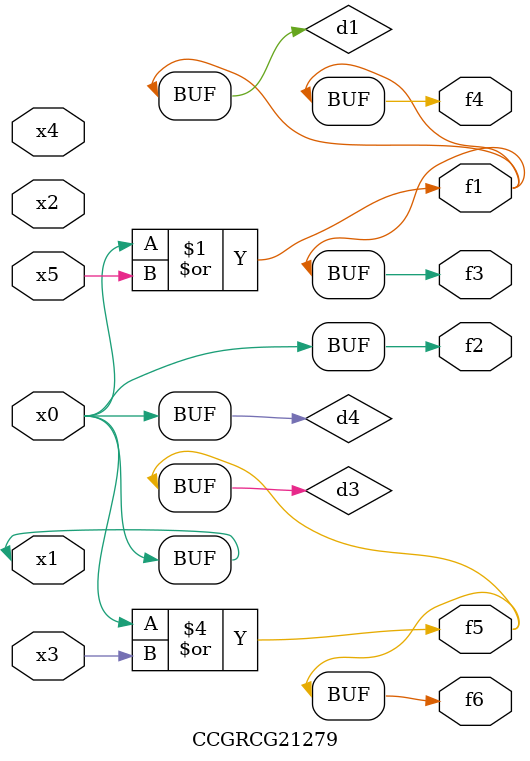
<source format=v>
module CCGRCG21279(
	input x0, x1, x2, x3, x4, x5,
	output f1, f2, f3, f4, f5, f6
);

	wire d1, d2, d3, d4;

	or (d1, x0, x5);
	xnor (d2, x1, x4);
	or (d3, x0, x3);
	buf (d4, x0, x1);
	assign f1 = d1;
	assign f2 = d4;
	assign f3 = d1;
	assign f4 = d1;
	assign f5 = d3;
	assign f6 = d3;
endmodule

</source>
